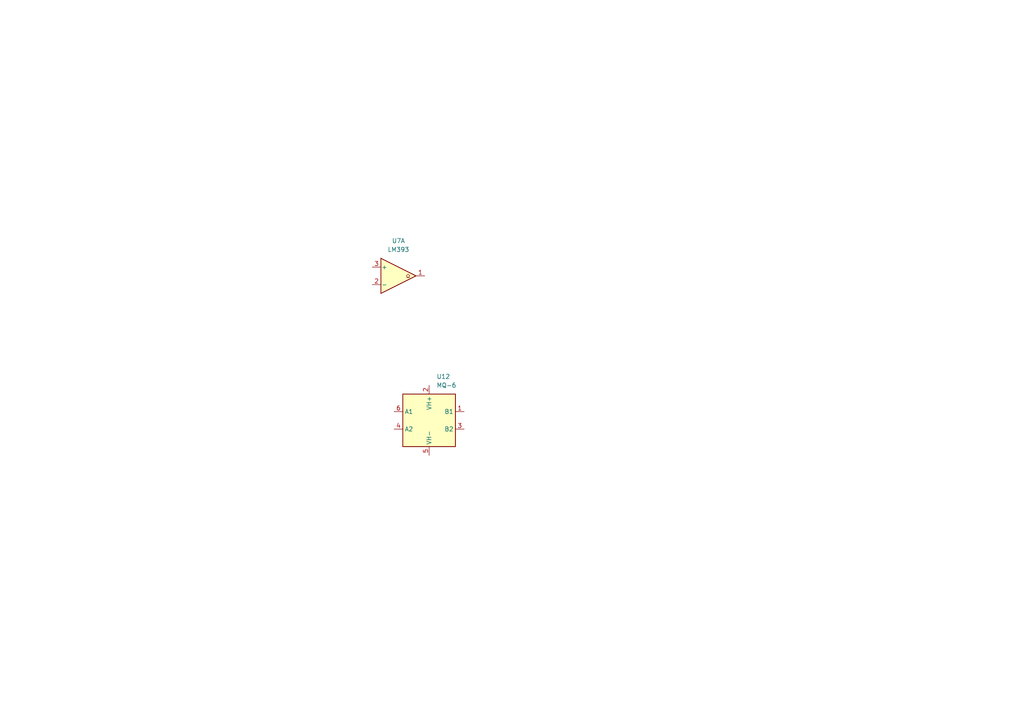
<source format=kicad_sch>
(kicad_sch (version 20250114) (generator "eeschema") (generator_version "9.0")
  (paper "A4")
  (lib_symbols
    (symbol "Comparator:LM393" (pin_names (offset 0.127))
      (property "Reference" "U" (at 3.81 3.81 0))
      (property "Value" "LM393" (at 6.35 -3.81 0))
      (symbol "LM393_1_1"
        (polyline (pts (xy -5.08 5.08) (xy 5.08 0) (xy -5.08 -5.08) (xy -5.08 5.08)) (stroke (width 0.254)) (fill (type background)))
        (polyline (pts (xy 3.302 -0.508) (xy 2.794 -0.508) (xy 3.302 0) (xy 2.794 0.508) (xy 2.286 0) (xy 2.794 -0.508) (xy 2.286 -0.508)) (stroke (width 0.127)))
        (pin input line (at -7.62 2.54 0) (length 2.54) (name "+") (number "3"))
        (pin input line (at -7.62 -2.54 0) (length 2.54) (name "-") (number "2"))
        (pin open_collector line (at 7.62 0 180) (length 2.54) (name "~") (number "1"))
      )
      (symbol "LM393_2_1"
        (polyline (pts (xy -5.08 5.08) (xy 5.08 0) (xy -5.08 -5.08) (xy -5.08 5.08)) (stroke (width 0.254)) (fill (type background)))
        (polyline (pts (xy 3.302 -0.508) (xy 2.794 -0.508) (xy 3.302 0) (xy 2.794 0.508) (xy 2.286 0) (xy 2.794 -0.508) (xy 2.286 -0.508)) (stroke (width 0.127)))
        (pin input line (at -7.62 2.54 0) (length 2.54) (name "+") (number "5"))
        (pin input line (at -7.62 -2.54 0) (length 2.54) (name "-") (number "6"))
        (pin open_collector line (at 7.62 0 180) (length 2.54) (name "~") (number "7"))
      )
      (symbol "LM393_3_1"
        (pin power_in line (at -2.54 7.62 270) (length 3.81) (name "V+") (number "8"))
        (pin power_in line (at -2.54 -7.62 90) (length 3.81) (name "V-") (number "4"))
      )
    )
    (symbol "Sensor_Gas:MQ-6"
      (property "Reference" "U" (at -6.35 8.89 0))
      (property "Value" "MQ-6" (at 3.81 8.89 0))
      (symbol "MQ-6_0_1"
        (rectangle (start -7.62 7.62) (end 7.62 -7.62) (stroke (width 0.254)) (fill (type background)))
      )
      (symbol "MQ-6_1_1"
        (pin passive line (at -10.16 2.54 0) (length 2.54) (name "A1") (number "6"))
        (pin passive line (at -10.16 -2.54 0) (length 2.54) (name "A2") (number "4"))
        (pin power_in line (at 0 10.16 270) (length 2.54) (name "VH+") (number "2"))
        (pin power_in line (at 0 -10.16 90) (length 2.54) (name "VH-") (number "5"))
        (pin passive line (at 10.16 2.54 180) (length 2.54) (name "B1") (number "1"))
        (pin passive line (at 10.16 -2.54 180) (length 2.54) (name "B2") (number "3"))
      )
    )
  )
  (symbol (lib_id "Comparator:LM393") (at 115.57 80.01 0) (unit 1)
    (property "Reference" "U7" (at 115.57 69.85 0))
    (property "Value" "LM393" (at 115.57 72.39 0))
    (property "Datasheet" "http://www.ti.com/lit/ds/symlink/lm393.pdf" (effects (hide yes)))
    (property "Description" "Low-Power, Low-Offset Voltage, Dual Comparators, DIP-8/SOIC-8/TO-99-8" (effects (hide yes)))
  )
  (symbol (lib_id "Sensor_Gas:MQ-6") (at 124.46 121.92 0) (unit 1)
    (property "Reference" "U12" (at 126.6033 109.22 0) (effects (justify left)))
    (property "Value" "MQ-6" (at 126.6033 111.76 0) (effects (justify left)))
    (property "Footprint" "Sensor:MQ-6" (effects (hide yes)))
    (property "Datasheet" "https://www.winsen-sensor.com/d/files/semiconductor/mq-6.pdf" (effects (hide yes)))
    (property "Description" "Semiconductor Sensor for Flammable Gas" (effects (hide yes)))
  )
)
</source>
